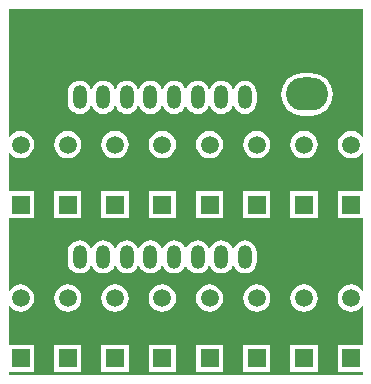
<source format=gtl>
G04 Layer_Physical_Order=1*
G04 Layer_Color=255*
%FSLAX44Y44*%
%MOMM*%
G71*
G01*
G75*
%ADD10O,1.2000X2.0000*%
%ADD11O,3.5560X2.7940*%
%ADD12C,1.5000*%
%ADD13R,1.5000X1.5000*%
G36*
X304800Y0D02*
Y-13881D01*
X303202Y-11798D01*
X300800Y-9955D01*
X298002Y-8796D01*
X295000Y-8401D01*
X291998Y-8796D01*
X289200Y-9955D01*
X286798Y-11798D01*
X284955Y-14200D01*
X283796Y-16998D01*
X283401Y-20000D01*
X283796Y-23002D01*
X284955Y-25800D01*
X286798Y-28202D01*
X289200Y-30045D01*
X291998Y-31204D01*
X295000Y-31599D01*
X298002Y-31204D01*
X300800Y-30045D01*
X303202Y-28202D01*
X304800Y-26119D01*
Y-59300D01*
X283500D01*
Y-82300D01*
X304800D01*
Y-143881D01*
X303202Y-141798D01*
X300800Y-139955D01*
X298002Y-138796D01*
X295000Y-138401D01*
X291998Y-138796D01*
X289200Y-139955D01*
X286798Y-141798D01*
X284955Y-144200D01*
X283796Y-146998D01*
X283401Y-150000D01*
X283796Y-153002D01*
X284955Y-155800D01*
X286798Y-158202D01*
X289200Y-160045D01*
X291998Y-161204D01*
X295000Y-161599D01*
X298002Y-161204D01*
X300800Y-160045D01*
X303202Y-158202D01*
X304800Y-156119D01*
Y-189300D01*
X283500D01*
Y-212300D01*
X304800D01*
Y-214902D01*
X5098D01*
Y-212300D01*
X26500D01*
Y-189300D01*
X5098D01*
Y-155986D01*
X6798Y-158202D01*
X9200Y-160045D01*
X11998Y-161204D01*
X15000Y-161599D01*
X18002Y-161204D01*
X20800Y-160045D01*
X23202Y-158202D01*
X25045Y-155800D01*
X26204Y-153002D01*
X26599Y-150000D01*
X26204Y-146998D01*
X25045Y-144200D01*
X23202Y-141798D01*
X20800Y-139955D01*
X18002Y-138796D01*
X15000Y-138401D01*
X11998Y-138796D01*
X9200Y-139955D01*
X6798Y-141798D01*
X5098Y-144014D01*
Y-82300D01*
X26500D01*
Y-59300D01*
X5098D01*
Y-25986D01*
X6798Y-28202D01*
X9200Y-30045D01*
X11998Y-31204D01*
X15000Y-31599D01*
X18002Y-31204D01*
X20800Y-30045D01*
X23202Y-28202D01*
X25045Y-25800D01*
X26204Y-23002D01*
X26599Y-20000D01*
X26204Y-16998D01*
X25045Y-14200D01*
X23202Y-11798D01*
X20800Y-9955D01*
X18002Y-8796D01*
X15000Y-8401D01*
X11998Y-8796D01*
X9200Y-9955D01*
X6798Y-11798D01*
X5098Y-14014D01*
Y0D01*
Y94902D01*
X304800D01*
Y0D01*
D02*
G37*
%LPC*%
G36*
X175000Y-138401D02*
X171998Y-138796D01*
X169200Y-139955D01*
X166798Y-141798D01*
X164955Y-144200D01*
X163796Y-146998D01*
X163401Y-150000D01*
X163796Y-153002D01*
X164955Y-155800D01*
X166798Y-158202D01*
X169200Y-160045D01*
X171998Y-161204D01*
X175000Y-161599D01*
X178002Y-161204D01*
X180800Y-160045D01*
X183202Y-158202D01*
X185045Y-155800D01*
X186204Y-153002D01*
X186599Y-150000D01*
X186204Y-146998D01*
X185045Y-144200D01*
X183202Y-141798D01*
X180800Y-139955D01*
X178002Y-138796D01*
X175000Y-138401D01*
D02*
G37*
G36*
X95000D02*
X91998Y-138796D01*
X89200Y-139955D01*
X86798Y-141798D01*
X84955Y-144200D01*
X83796Y-146998D01*
X83401Y-150000D01*
X83796Y-153002D01*
X84955Y-155800D01*
X86798Y-158202D01*
X89200Y-160045D01*
X91998Y-161204D01*
X95000Y-161599D01*
X98002Y-161204D01*
X100800Y-160045D01*
X103202Y-158202D01*
X105045Y-155800D01*
X106204Y-153002D01*
X106599Y-150000D01*
X106204Y-146998D01*
X105045Y-144200D01*
X103202Y-141798D01*
X100800Y-139955D01*
X98002Y-138796D01*
X95000Y-138401D01*
D02*
G37*
G36*
X135000D02*
X131998Y-138796D01*
X129200Y-139955D01*
X126798Y-141798D01*
X124955Y-144200D01*
X123796Y-146998D01*
X123401Y-150000D01*
X123796Y-153002D01*
X124955Y-155800D01*
X126798Y-158202D01*
X129200Y-160045D01*
X131998Y-161204D01*
X135000Y-161599D01*
X138002Y-161204D01*
X140800Y-160045D01*
X143202Y-158202D01*
X145045Y-155800D01*
X146204Y-153002D01*
X146599Y-150000D01*
X146204Y-146998D01*
X145045Y-144200D01*
X143202Y-141798D01*
X140800Y-139955D01*
X138002Y-138796D01*
X135000Y-138401D01*
D02*
G37*
G36*
X205000Y-100914D02*
X202390Y-101257D01*
X199957Y-102265D01*
X197868Y-103868D01*
X196265Y-105957D01*
X195257Y-108390D01*
X195000Y-110345D01*
X194743Y-108390D01*
X193735Y-105957D01*
X192132Y-103868D01*
X190043Y-102265D01*
X187610Y-101257D01*
X185000Y-100914D01*
X182390Y-101257D01*
X179957Y-102265D01*
X177868Y-103868D01*
X176265Y-105957D01*
X175257Y-108390D01*
X175000Y-110345D01*
X174743Y-108390D01*
X173735Y-105957D01*
X172132Y-103868D01*
X170043Y-102265D01*
X167610Y-101257D01*
X165000Y-100914D01*
X162390Y-101257D01*
X159957Y-102265D01*
X157868Y-103868D01*
X156265Y-105957D01*
X155257Y-108390D01*
X155000Y-110345D01*
X154743Y-108390D01*
X153735Y-105957D01*
X152132Y-103868D01*
X150043Y-102265D01*
X147611Y-101257D01*
X145000Y-100914D01*
X142389Y-101257D01*
X139957Y-102265D01*
X137868Y-103868D01*
X136265Y-105957D01*
X135257Y-108390D01*
X135000Y-110345D01*
X134743Y-108390D01*
X133735Y-105957D01*
X132132Y-103868D01*
X130043Y-102265D01*
X127611Y-101257D01*
X125000Y-100914D01*
X122389Y-101257D01*
X119957Y-102265D01*
X117868Y-103868D01*
X116265Y-105957D01*
X115257Y-108390D01*
X115000Y-110345D01*
X114743Y-108390D01*
X113735Y-105957D01*
X112132Y-103868D01*
X110043Y-102265D01*
X107611Y-101257D01*
X105000Y-100914D01*
X102389Y-101257D01*
X99957Y-102265D01*
X97868Y-103868D01*
X96265Y-105957D01*
X95257Y-108390D01*
X95000Y-110345D01*
X94743Y-108390D01*
X93735Y-105957D01*
X92132Y-103868D01*
X90043Y-102265D01*
X87611Y-101257D01*
X85000Y-100914D01*
X82389Y-101257D01*
X79957Y-102265D01*
X77868Y-103868D01*
X76265Y-105957D01*
X75257Y-108390D01*
X75000Y-110345D01*
X74743Y-108390D01*
X73735Y-105957D01*
X72132Y-103868D01*
X70043Y-102265D01*
X67611Y-101257D01*
X65000Y-100914D01*
X62389Y-101257D01*
X59957Y-102265D01*
X57868Y-103868D01*
X56265Y-105957D01*
X55257Y-108390D01*
X54914Y-111000D01*
Y-119000D01*
X55257Y-121610D01*
X56265Y-124043D01*
X57868Y-126132D01*
X59957Y-127735D01*
X62389Y-128743D01*
X65000Y-129086D01*
X67611Y-128743D01*
X70043Y-127735D01*
X72132Y-126132D01*
X73735Y-124043D01*
X74743Y-121610D01*
X75000Y-119655D01*
X75257Y-121610D01*
X76265Y-124043D01*
X77868Y-126132D01*
X79957Y-127735D01*
X82389Y-128743D01*
X85000Y-129086D01*
X87611Y-128743D01*
X90043Y-127735D01*
X92132Y-126132D01*
X93735Y-124043D01*
X94743Y-121610D01*
X95000Y-119655D01*
X95257Y-121610D01*
X96265Y-124043D01*
X97868Y-126132D01*
X99957Y-127735D01*
X102389Y-128743D01*
X105000Y-129086D01*
X107611Y-128743D01*
X110043Y-127735D01*
X112132Y-126132D01*
X113735Y-124043D01*
X114743Y-121610D01*
X115000Y-119655D01*
X115257Y-121610D01*
X116265Y-124043D01*
X117868Y-126132D01*
X119957Y-127735D01*
X122389Y-128743D01*
X125000Y-129086D01*
X127611Y-128743D01*
X130043Y-127735D01*
X132132Y-126132D01*
X133735Y-124043D01*
X134743Y-121610D01*
X135000Y-119655D01*
X135257Y-121610D01*
X136265Y-124043D01*
X137868Y-126132D01*
X139957Y-127735D01*
X142389Y-128743D01*
X145000Y-129086D01*
X147611Y-128743D01*
X150043Y-127735D01*
X152132Y-126132D01*
X153735Y-124043D01*
X154743Y-121610D01*
X155000Y-119655D01*
X155257Y-121610D01*
X156265Y-124043D01*
X157868Y-126132D01*
X159957Y-127735D01*
X162390Y-128743D01*
X165000Y-129086D01*
X167610Y-128743D01*
X170043Y-127735D01*
X172132Y-126132D01*
X173735Y-124043D01*
X174743Y-121610D01*
X175000Y-119655D01*
X175257Y-121610D01*
X176265Y-124043D01*
X177868Y-126132D01*
X179957Y-127735D01*
X182390Y-128743D01*
X185000Y-129086D01*
X187610Y-128743D01*
X190043Y-127735D01*
X192132Y-126132D01*
X193735Y-124043D01*
X194743Y-121610D01*
X195000Y-119655D01*
X195257Y-121610D01*
X196265Y-124043D01*
X197868Y-126132D01*
X199957Y-127735D01*
X202390Y-128743D01*
X205000Y-129086D01*
X207610Y-128743D01*
X210043Y-127735D01*
X212132Y-126132D01*
X213735Y-124043D01*
X214743Y-121610D01*
X215086Y-119000D01*
Y-111000D01*
X214743Y-108390D01*
X213735Y-105957D01*
X212132Y-103868D01*
X210043Y-102265D01*
X207610Y-101257D01*
X205000Y-100914D01*
D02*
G37*
G36*
X255000Y-138401D02*
X251998Y-138796D01*
X249200Y-139955D01*
X246798Y-141798D01*
X244955Y-144200D01*
X243796Y-146998D01*
X243401Y-150000D01*
X243796Y-153002D01*
X244955Y-155800D01*
X246798Y-158202D01*
X249200Y-160045D01*
X251998Y-161204D01*
X255000Y-161599D01*
X258002Y-161204D01*
X260800Y-160045D01*
X263202Y-158202D01*
X265045Y-155800D01*
X266204Y-153002D01*
X266599Y-150000D01*
X266204Y-146998D01*
X265045Y-144200D01*
X263202Y-141798D01*
X260800Y-139955D01*
X258002Y-138796D01*
X255000Y-138401D01*
D02*
G37*
G36*
X215000D02*
X211998Y-138796D01*
X209200Y-139955D01*
X206798Y-141798D01*
X204955Y-144200D01*
X203796Y-146998D01*
X203401Y-150000D01*
X203796Y-153002D01*
X204955Y-155800D01*
X206798Y-158202D01*
X209200Y-160045D01*
X211998Y-161204D01*
X215000Y-161599D01*
X218002Y-161204D01*
X220800Y-160045D01*
X223202Y-158202D01*
X225045Y-155800D01*
X226204Y-153002D01*
X226599Y-150000D01*
X226204Y-146998D01*
X225045Y-144200D01*
X223202Y-141798D01*
X220800Y-139955D01*
X218002Y-138796D01*
X215000Y-138401D01*
D02*
G37*
G36*
X55000D02*
X51998Y-138796D01*
X49200Y-139955D01*
X46798Y-141798D01*
X44955Y-144200D01*
X43796Y-146998D01*
X43401Y-150000D01*
X43796Y-153002D01*
X44955Y-155800D01*
X46798Y-158202D01*
X49200Y-160045D01*
X51998Y-161204D01*
X55000Y-161599D01*
X58002Y-161204D01*
X60800Y-160045D01*
X63202Y-158202D01*
X65045Y-155800D01*
X66204Y-153002D01*
X66599Y-150000D01*
X66204Y-146998D01*
X65045Y-144200D01*
X63202Y-141798D01*
X60800Y-139955D01*
X58002Y-138796D01*
X55000Y-138401D01*
D02*
G37*
G36*
X146500Y-189300D02*
X123500D01*
Y-212300D01*
X146500D01*
Y-189300D01*
D02*
G37*
G36*
X106500D02*
X83500D01*
Y-212300D01*
X106500D01*
Y-189300D01*
D02*
G37*
G36*
X66500D02*
X43500D01*
Y-212300D01*
X66500D01*
Y-189300D01*
D02*
G37*
G36*
X266500D02*
X243500D01*
Y-212300D01*
X266500D01*
Y-189300D01*
D02*
G37*
G36*
X226500D02*
X203500D01*
Y-212300D01*
X226500D01*
Y-189300D01*
D02*
G37*
G36*
X186500D02*
X163500D01*
Y-212300D01*
X186500D01*
Y-189300D01*
D02*
G37*
G36*
X66500Y-59300D02*
X43500D01*
Y-82300D01*
X66500D01*
Y-59300D01*
D02*
G37*
G36*
X215000Y-8401D02*
X211998Y-8796D01*
X209200Y-9955D01*
X206798Y-11798D01*
X204955Y-14200D01*
X203796Y-16998D01*
X203401Y-20000D01*
X203796Y-23002D01*
X204955Y-25800D01*
X206798Y-28202D01*
X209200Y-30045D01*
X211998Y-31204D01*
X215000Y-31599D01*
X218002Y-31204D01*
X220800Y-30045D01*
X223202Y-28202D01*
X225045Y-25800D01*
X226204Y-23002D01*
X226599Y-20000D01*
X226204Y-16998D01*
X225045Y-14200D01*
X223202Y-11798D01*
X220800Y-9955D01*
X218002Y-8796D01*
X215000Y-8401D01*
D02*
G37*
G36*
X175000D02*
X171998Y-8796D01*
X169200Y-9955D01*
X166798Y-11798D01*
X164955Y-14200D01*
X163796Y-16998D01*
X163401Y-20000D01*
X163796Y-23002D01*
X164955Y-25800D01*
X166798Y-28202D01*
X169200Y-30045D01*
X171998Y-31204D01*
X175000Y-31599D01*
X178002Y-31204D01*
X180800Y-30045D01*
X183202Y-28202D01*
X185045Y-25800D01*
X186204Y-23002D01*
X186599Y-20000D01*
X186204Y-16998D01*
X185045Y-14200D01*
X183202Y-11798D01*
X180800Y-9955D01*
X178002Y-8796D01*
X175000Y-8401D01*
D02*
G37*
G36*
X135000D02*
X131998Y-8796D01*
X129200Y-9955D01*
X126798Y-11798D01*
X124955Y-14200D01*
X123796Y-16998D01*
X123401Y-20000D01*
X123796Y-23002D01*
X124955Y-25800D01*
X126798Y-28202D01*
X129200Y-30045D01*
X131998Y-31204D01*
X135000Y-31599D01*
X138002Y-31204D01*
X140800Y-30045D01*
X143202Y-28202D01*
X145045Y-25800D01*
X146204Y-23002D01*
X146599Y-20000D01*
X146204Y-16998D01*
X145045Y-14200D01*
X143202Y-11798D01*
X140800Y-9955D01*
X138002Y-8796D01*
X135000Y-8401D01*
D02*
G37*
G36*
X205000Y34086D02*
X202390Y33743D01*
X199957Y32735D01*
X197868Y31132D01*
X196265Y29043D01*
X195257Y26611D01*
X195000Y24655D01*
X194743Y26611D01*
X193735Y29043D01*
X192132Y31132D01*
X190043Y32735D01*
X187610Y33743D01*
X185000Y34086D01*
X182390Y33743D01*
X179957Y32735D01*
X177868Y31132D01*
X176265Y29043D01*
X175257Y26611D01*
X175000Y24655D01*
X174743Y26611D01*
X173735Y29043D01*
X172132Y31132D01*
X170043Y32735D01*
X167610Y33743D01*
X165000Y34086D01*
X162390Y33743D01*
X159957Y32735D01*
X157868Y31132D01*
X156265Y29043D01*
X155257Y26611D01*
X155000Y24655D01*
X154743Y26611D01*
X153735Y29043D01*
X152132Y31132D01*
X150043Y32735D01*
X147611Y33743D01*
X145000Y34086D01*
X142389Y33743D01*
X139957Y32735D01*
X137868Y31132D01*
X136265Y29043D01*
X135257Y26611D01*
X135000Y24655D01*
X134743Y26611D01*
X133735Y29043D01*
X132132Y31132D01*
X130043Y32735D01*
X127611Y33743D01*
X125000Y34086D01*
X122389Y33743D01*
X119957Y32735D01*
X117868Y31132D01*
X116265Y29043D01*
X115257Y26611D01*
X115000Y24655D01*
X114743Y26611D01*
X113735Y29043D01*
X112132Y31132D01*
X110043Y32735D01*
X107611Y33743D01*
X105000Y34086D01*
X102389Y33743D01*
X99957Y32735D01*
X97868Y31132D01*
X96265Y29043D01*
X95257Y26611D01*
X95000Y24655D01*
X94743Y26611D01*
X93735Y29043D01*
X92132Y31132D01*
X90043Y32735D01*
X87611Y33743D01*
X85000Y34086D01*
X82389Y33743D01*
X79957Y32735D01*
X77868Y31132D01*
X76265Y29043D01*
X75257Y26611D01*
X75000Y24655D01*
X74743Y26611D01*
X73735Y29043D01*
X72132Y31132D01*
X70043Y32735D01*
X67611Y33743D01*
X65000Y34086D01*
X62389Y33743D01*
X59957Y32735D01*
X57868Y31132D01*
X56265Y29043D01*
X55257Y26611D01*
X54914Y24000D01*
Y16000D01*
X55257Y13390D01*
X56265Y10957D01*
X57868Y8868D01*
X59957Y7265D01*
X62389Y6257D01*
X65000Y5914D01*
X67611Y6257D01*
X70043Y7265D01*
X72132Y8868D01*
X73735Y10957D01*
X74743Y13390D01*
X75000Y15345D01*
X75257Y13390D01*
X76265Y10957D01*
X77868Y8868D01*
X79957Y7265D01*
X82389Y6257D01*
X85000Y5914D01*
X87611Y6257D01*
X90043Y7265D01*
X92132Y8868D01*
X93735Y10957D01*
X94743Y13390D01*
X95000Y15345D01*
X95257Y13390D01*
X96265Y10957D01*
X97868Y8868D01*
X99957Y7265D01*
X102389Y6257D01*
X105000Y5914D01*
X107611Y6257D01*
X110043Y7265D01*
X112132Y8868D01*
X113735Y10957D01*
X114743Y13390D01*
X115000Y15345D01*
X115257Y13390D01*
X116265Y10957D01*
X117868Y8868D01*
X119957Y7265D01*
X122389Y6257D01*
X125000Y5914D01*
X127611Y6257D01*
X130043Y7265D01*
X132132Y8868D01*
X133735Y10957D01*
X134743Y13390D01*
X135000Y15345D01*
X135257Y13390D01*
X136265Y10957D01*
X137868Y8868D01*
X139957Y7265D01*
X142389Y6257D01*
X145000Y5914D01*
X147611Y6257D01*
X150043Y7265D01*
X152132Y8868D01*
X153735Y10957D01*
X154743Y13390D01*
X155000Y15345D01*
X155257Y13390D01*
X156265Y10957D01*
X157868Y8868D01*
X159957Y7265D01*
X162390Y6257D01*
X165000Y5914D01*
X167610Y6257D01*
X170043Y7265D01*
X172132Y8868D01*
X173735Y10957D01*
X174743Y13390D01*
X175000Y15345D01*
X175257Y13390D01*
X176265Y10957D01*
X177868Y8868D01*
X179957Y7265D01*
X182390Y6257D01*
X185000Y5914D01*
X187610Y6257D01*
X190043Y7265D01*
X192132Y8868D01*
X193735Y10957D01*
X194743Y13390D01*
X195000Y15345D01*
X195257Y13390D01*
X196265Y10957D01*
X197868Y8868D01*
X199957Y7265D01*
X202390Y6257D01*
X205000Y5914D01*
X207610Y6257D01*
X210043Y7265D01*
X212132Y8868D01*
X213735Y10957D01*
X214743Y13390D01*
X215086Y16000D01*
Y24000D01*
X214743Y26611D01*
X213735Y29043D01*
X212132Y31132D01*
X210043Y32735D01*
X207610Y33743D01*
X205000Y34086D01*
D02*
G37*
G36*
X261310Y40557D02*
X253690D01*
X250167Y40210D01*
X246780Y39182D01*
X243658Y37514D01*
X240922Y35268D01*
X238676Y32532D01*
X237008Y29410D01*
X235980Y26023D01*
X235633Y22500D01*
X235980Y18977D01*
X237008Y15590D01*
X238676Y12468D01*
X240922Y9732D01*
X243658Y7486D01*
X246780Y5818D01*
X250167Y4790D01*
X253690Y4443D01*
X261310D01*
X264833Y4790D01*
X268220Y5818D01*
X271342Y7486D01*
X274078Y9732D01*
X276324Y12468D01*
X277992Y15590D01*
X279020Y18977D01*
X279367Y22500D01*
X279020Y26023D01*
X277992Y29410D01*
X276324Y32532D01*
X274078Y35268D01*
X271342Y37514D01*
X268220Y39182D01*
X264833Y40210D01*
X261310Y40557D01*
D02*
G37*
G36*
X255000Y-8401D02*
X251998Y-8796D01*
X249200Y-9955D01*
X246798Y-11798D01*
X244955Y-14200D01*
X243796Y-16998D01*
X243401Y-20000D01*
X243796Y-23002D01*
X244955Y-25800D01*
X246798Y-28202D01*
X249200Y-30045D01*
X251998Y-31204D01*
X255000Y-31599D01*
X258002Y-31204D01*
X260800Y-30045D01*
X263202Y-28202D01*
X265045Y-25800D01*
X266204Y-23002D01*
X266599Y-20000D01*
X266204Y-16998D01*
X265045Y-14200D01*
X263202Y-11798D01*
X260800Y-9955D01*
X258002Y-8796D01*
X255000Y-8401D01*
D02*
G37*
G36*
X95000D02*
X91998Y-8796D01*
X89200Y-9955D01*
X86798Y-11798D01*
X84955Y-14200D01*
X83796Y-16998D01*
X83401Y-20000D01*
X83796Y-23002D01*
X84955Y-25800D01*
X86798Y-28202D01*
X89200Y-30045D01*
X91998Y-31204D01*
X95000Y-31599D01*
X98002Y-31204D01*
X100800Y-30045D01*
X103202Y-28202D01*
X105045Y-25800D01*
X106204Y-23002D01*
X106599Y-20000D01*
X106204Y-16998D01*
X105045Y-14200D01*
X103202Y-11798D01*
X100800Y-9955D01*
X98002Y-8796D01*
X95000Y-8401D01*
D02*
G37*
G36*
X186500Y-59300D02*
X163500D01*
Y-82300D01*
X186500D01*
Y-59300D01*
D02*
G37*
G36*
X146500D02*
X123500D01*
Y-82300D01*
X146500D01*
Y-59300D01*
D02*
G37*
G36*
X106500D02*
X83500D01*
Y-82300D01*
X106500D01*
Y-59300D01*
D02*
G37*
G36*
X55000Y-8401D02*
X51998Y-8796D01*
X49200Y-9955D01*
X46798Y-11798D01*
X44955Y-14200D01*
X43796Y-16998D01*
X43401Y-20000D01*
X43796Y-23002D01*
X44955Y-25800D01*
X46798Y-28202D01*
X49200Y-30045D01*
X51998Y-31204D01*
X55000Y-31599D01*
X58002Y-31204D01*
X60800Y-30045D01*
X63202Y-28202D01*
X65045Y-25800D01*
X66204Y-23002D01*
X66599Y-20000D01*
X66204Y-16998D01*
X65045Y-14200D01*
X63202Y-11798D01*
X60800Y-9955D01*
X58002Y-8796D01*
X55000Y-8401D01*
D02*
G37*
G36*
X266500Y-59300D02*
X243500D01*
Y-82300D01*
X266500D01*
Y-59300D01*
D02*
G37*
G36*
X226500D02*
X203500D01*
Y-82300D01*
X226500D01*
Y-59300D01*
D02*
G37*
%LPD*%
D10*
X25000Y-115000D02*
D03*
X45000D02*
D03*
X65000D02*
D03*
X85000D02*
D03*
X105000D02*
D03*
X125000D02*
D03*
X145000D02*
D03*
X165000D02*
D03*
X185000D02*
D03*
X205000D02*
D03*
X25000Y20000D02*
D03*
X45000D02*
D03*
X65000D02*
D03*
X85000D02*
D03*
X105000D02*
D03*
X125000D02*
D03*
X145000D02*
D03*
X165000D02*
D03*
X185000D02*
D03*
X205000D02*
D03*
D11*
X257500Y73300D02*
D03*
Y22500D02*
D03*
D12*
X15000Y-20000D02*
D03*
Y-45400D02*
D03*
X55000Y-20000D02*
D03*
Y-45400D02*
D03*
X95000Y-20000D02*
D03*
Y-45400D02*
D03*
X135000Y-20000D02*
D03*
Y-45400D02*
D03*
X175000Y-20000D02*
D03*
Y-45400D02*
D03*
X95000Y-150000D02*
D03*
Y-175400D02*
D03*
X215000Y-20000D02*
D03*
Y-45400D02*
D03*
X135000Y-150000D02*
D03*
Y-175400D02*
D03*
X255000Y-20000D02*
D03*
Y-45400D02*
D03*
X175000Y-150000D02*
D03*
Y-175400D02*
D03*
X295000Y-20000D02*
D03*
Y-45400D02*
D03*
X215000Y-150000D02*
D03*
Y-175400D02*
D03*
X15000Y-150000D02*
D03*
Y-175400D02*
D03*
X255000Y-150000D02*
D03*
Y-175400D02*
D03*
X55000Y-150000D02*
D03*
Y-175400D02*
D03*
X295000Y-150000D02*
D03*
Y-175400D02*
D03*
D13*
X15000Y-70800D02*
D03*
X55000D02*
D03*
X95000D02*
D03*
X135000D02*
D03*
X175000D02*
D03*
X95000Y-200800D02*
D03*
X215000Y-70800D02*
D03*
X135000Y-200800D02*
D03*
X255000Y-70800D02*
D03*
X175000Y-200800D02*
D03*
X295000Y-70800D02*
D03*
X215000Y-200800D02*
D03*
X15000D02*
D03*
X255000D02*
D03*
X55000D02*
D03*
X295000D02*
D03*
M02*

</source>
